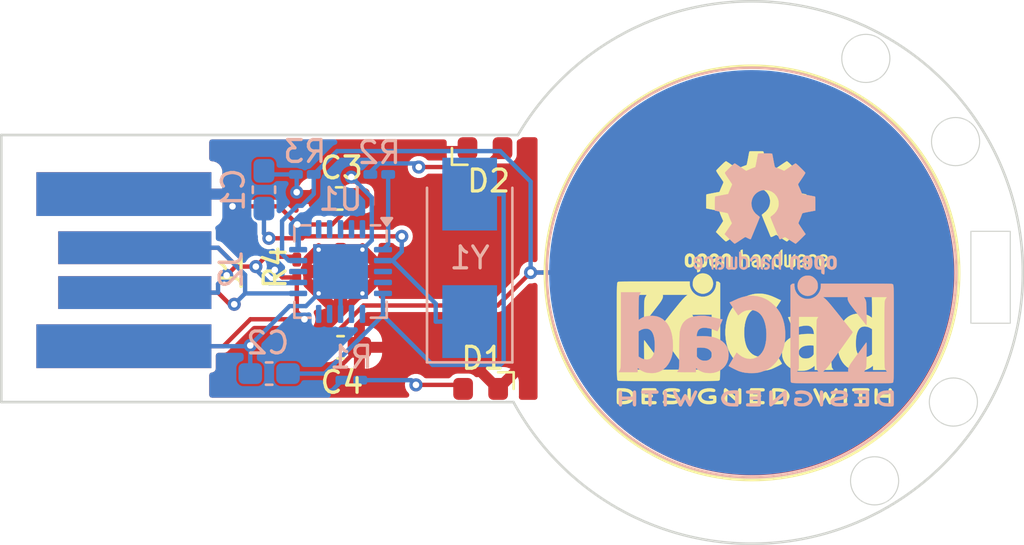
<source format=kicad_pcb>
(kicad_pcb (version 20240108) (generator "pcbnew") (generator_version "8.0")
  (layers (0 "F.Cu" signal) (31 "B.Cu" signal) (34 "B.Paste" user) (35 "F.Paste" user) (36 "B.SilkS" user "B.Silkscreen") (37 "F.SilkS" user "F.Silkscreen") (38 "B.Mask" user) (39 "F.Mask" user) (44 "Edge.Cuts" user))
  (net 0 "")
  (net 1 "GND")
  (net 2 "Net-(U1-XTAL1{slash}PB3)")
  (net 3 "Net-(U1-XTAL2{slash}PB4)")
  (net 4 "Net-(D1-A)")
  (net 5 "Net-(D2-A)")
  (net 6 "+5V")
  (net 7 "Net-(U1-~{RESET}{slash}PB5)")
  (net 8 "Net-(U1-PB2)")
  (net 9 "/Data+")
  (net 10 "/Data-")
  (footprint "Capacitor_SMD:C_0603_1608Metric_Pad1.08x0.95mm_HandSolder" (layer "F.Cu") (at 151.4 87.2)
    (property "Reference" "C4" (at 0.0625 1.6 0) (layer "F.SilkS"))
    (property "Value" "10uF" (hide yes))
    (pad "1" smd roundrect (at -0.8625 0) (size 1.075 0.95) (layers "F.Cu" "F.Paste" "F.Mask") (net 8 "Net-(U1-PB2)"))
    (pad "2" smd roundrect (at 0.8625 0) (size 1.075 0.95) (layers "F.Cu" "F.Paste" "F.Mask") (net 1 "GND"))
  )
  (footprint "Symbol:OSHW-Logo2_7.3x6mm_SilkScreen" (layer "F.Cu") (at 170.4 81)
    (property "Reference" "Front" (hide yes))
    (property "Value" "OSHW-Logo2_7.3x6mm_SilkScreen" (hide yes))
  )
  (footprint "Symbol:KiCad-Logo2_5mm_SilkScreen" (layer "F.Cu") (at 170.3 86.8)
    (property "Reference" "FrontKi" (hide yes))
    (property "Value" "KiCad-Logo2_5mm_SilkScreen" (hide yes))
  )
  (footprint "TestPoint:TestPoint_Pad_D3.0mm" (layer "F.Cu") (at 170.2 83.8)
    (property "Reference" "TP1" (hide yes))
    (property "Value" "TestPoint" (hide yes))
    (pad "1" smd circle (at 0 0) (size 18.5 18.5) (layers "F.Cu" "F.Mask") (net 8 "Net-(U1-PB2)"))
  )
  (footprint "Library:LED_Kingbright_APA1606_1.6x0.6mm_Horizontal_NEW" (layer "F.Cu") (at 157.8 89.1 180)
    (property "Reference" "D1" (at -0.1 1.4 0) (layer "F.SilkS"))
    (property "Value" "LED RED" (hide yes))
    (pad "1" smd roundrect (at -0.8 0 180) (size 0.9 1) (layers "F.Cu" "F.Paste" "F.Mask") (net 1 "GND"))
    (pad "2" smd roundrect (at 0.8 0 180) (size 0.9 1) (layers "F.Cu" "F.Paste" "F.Mask") (net 4 "Net-(D1-A)"))
  )
  (footprint "Resistor_SMD:R_0201_0603Metric_Pad0.64x0.40mm_HandSolder" (layer "F.Cu") (at 149.4 83.6 90)
    (property "Reference" "R4" (at 0.0525 -0.99 90) (layer "F.SilkS"))
    (property "Value" "1k5" (hide yes))
    (pad "1" smd roundrect (at -0.4075 0 90) (size 0.635 0.4) (layers "F.Cu" "F.Mask") (net 6 "+5V") (clearance 0.05))
    (pad "2" smd roundrect (at 0.4075 0 90) (size 0.635 0.4) (layers "F.Cu" "F.Mask") (net 9 "/Data+") (clearance 0.05))
  )
  (footprint "USB-AM-S-X-X-TH:USB_PCB" (layer "F.Cu") (at 146.95 83.7 90)
    (property "Reference" "J1" (at 0 -0.55 90) (layer "F.SilkS"))
    (property "Value" "USB-AM-S-X-X-TH" (hide yes))
    (pad "01" smd rect (at -3.45 -5.45 90) (size 2 8) (layers "F.Cu" "F.Paste" "F.Mask") (net 6 "+5V"))
    (pad "02" smd rect (at -1 -4.95 90) (size 1.5 7) (layers "F.Cu" "F.Paste" "F.Mask") (net 10 "/Data-"))
    (pad "03" smd rect (at 1.05 -4.95 90) (size 1.5 7) (layers "F.Cu" "F.Paste" "F.Mask") (net 9 "/Data+"))
    (pad "04" smd rect (at 3.5 -5.45 90) (size 2 8) (layers "F.Cu" "F.Paste" "F.Mask") (net 1 "GND"))
  )
  (footprint "Library:LED_Kingbright_APA1606_1.6x0.6mm_Horizontal_NEW" (layer "F.Cu") (at 158 78.1)
    (property "Reference" "D2" (at 0.1675 1.5 0) (layer "F.SilkS"))
    (property "Value" "LED GREEN" (hide yes))
    (pad "1" smd roundrect (at -0.8 0) (size 0.9 1) (layers "F.Cu" "F.Paste" "F.Mask") (net 1 "GND"))
    (pad "2" smd roundrect (at 0.8 0) (size 0.9 1) (layers "F.Cu" "F.Paste" "F.Mask") (net 5 "Net-(D2-A)"))
  )
  (footprint "Capacitor_SMD:C_0603_1608Metric_Pad1.08x0.95mm_HandSolder" (layer "F.Cu") (at 151.3375 80.4 180)
    (property "Reference" "C3" (at -0.1 1.4 0) (layer "F.SilkS"))
    (property "Value" "0.1uF" (hide yes))
    (pad "1" smd roundrect (at -0.8625 0 180) (size 1.075 0.95) (layers "F.Cu" "F.Paste" "F.Mask") (net 6 "+5V"))
    (pad "2" smd roundrect (at 0.8625 0 180) (size 1.075 0.95) (layers "F.Cu" "F.Paste" "F.Mask") (net 1 "GND"))
  )
  (footprint "Capacitor_SMD:C_0603_1608Metric_Pad1.08x0.95mm_HandSolder" (layer "B.Cu") (at 148.1375 88.4 180)
    (property "Reference" "C2" (at 0.0625 1.4 0) (layer "B.SilkS") (effects (justify mirror)))
    (property "Value" "22pF" (hide yes))
    (pad "1" smd roundrect (at -0.8625 0 180) (size 1.075 0.95) (layers "B.Cu" "B.Paste" "B.Mask") (net 3 "Net-(U1-XTAL2{slash}PB4)") (clearance 0.1))
    (pad "2" smd roundrect (at 0.8625 0 180) (size 1.075 0.95) (layers "B.Cu" "B.Paste" "B.Mask") (net 1 "GND") (clearance 0.1))
  )
  (footprint "Resistor_SMD:R_0201_0603Metric_Pad0.64x0.40mm_HandSolder" (layer "B.Cu") (at 151.8925 88.7 180)
    (property "Reference" "R1" (at 0 1.05 0) (layer "B.SilkS") (effects (justify mirror)))
    (property "Value" "10k" (hide yes))
    (pad "1" smd roundrect (at -0.4075 0 180) (size 0.635 0.4) (layers "B.Cu" "B.Mask") (net 4 "Net-(D1-A)") (clearance 0.05))
    (pad "2" smd roundrect (at 0.4075 0 180) (size 0.635 0.4) (layers "B.Cu" "B.Mask") (net 6 "+5V") (clearance 0.05))
  )
  (footprint "Symbol:OSHW-Logo2_7.3x6mm_SilkScreen" (layer "B.Cu") (at 170.8 81.1 180)
    (property "Reference" "back" (hide yes))
    (property "Value" "OSHW-Logo2_7.3x6mm_SilkScreen" (hide yes))
  )
  (footprint "Crystal:Crystal_SMD_0603-2Pin_6.0x3.5mm_HandSoldering" (layer "B.Cu") (at 157.3 83.1125 90)
    (property "Reference" "Y1" (at 0 0 0) (layer "B.SilkS") (effects (justify mirror)))
    (property "Value" "12MHz" (hide yes))
    (pad "1" smd rect (at -2.9125 0 90) (size 3.325 2.5) (layers "B.Cu" "B.Paste" "B.Mask") (net 2 "Net-(U1-XTAL1{slash}PB3)"))
    (pad "2" smd rect (at 2.9125 0 90) (size 3.325 2.5) (layers "B.Cu" "B.Paste" "B.Mask") (net 3 "Net-(U1-XTAL2{slash}PB4)"))
  )
  (footprint "TestPoint:TestPoint_Pad_D3.0mm" (layer "B.Cu") (at 170.1804 83.7818 180)
    (property "Reference" "TP2" (hide yes))
    (property "Value" "TestPoint" (hide yes))
    (pad "1" smd circle (at 0 0 180) (size 18.5 18.5) (layers "B.Cu" "B.Mask") (net 8 "Net-(U1-PB2)"))
  )
  (footprint "Resistor_SMD:R_0201_0603Metric_Pad0.64x0.40mm_HandSolder" (layer "B.Cu") (at 153.1675 79.3 180)
    (property "Reference" "R2" (at 0 1 0) (layer "B.SilkS") (effects (justify mirror)))
    (property "Value" "330" (hide yes))
    (pad "1" smd roundrect (at -0.4075 0 180) (size 0.635 0.4) (layers "B.Cu" "B.Mask") (net 7 "Net-(U1-~{RESET}{slash}PB5)") (clearance 0.05))
    (pad "2" smd roundrect (at 0.4075 0 180) (size 0.635 0.4) (layers "B.Cu" "B.Mask") (net 5 "Net-(D2-A)") (clearance 0.05))
  )
  (footprint "USB-AM-S-X-X-TH:USB_PCB" (layer "B.Cu") (at 146.95 83.65 -90)
    (property "Reference" "J2" (at 0 0.55 90) (layer "B.SilkS") (effects (justify mirror)))
    (property "Value" "USB-AM-S-X-X-TH" (hide yes))
    (pad "01" smd rect (at -3.45 5.45 270) (size 2 8) (layers "B.Cu" "B.Paste" "B.Mask") (net 6 "+5V"))
    (pad "02" smd rect (at -1 4.95 270) (size 1.5 7) (layers "B.Cu" "B.Paste" "B.Mask") (net 10 "/Data-"))
    (pad "03" smd rect (at 1.05 4.95 270) (size 1.5 7) (layers "B.Cu" "B.Paste" "B.Mask") (net 9 "/Data+"))
    (pad "04" smd rect (at 3.5 5.45 270) (size 2 8) (layers "B.Cu" "B.Paste" "B.Mask") (net 1 "GND"))
  )
  (footprint "Package_DFN_QFN:QFN-20-1EP_4x4mm_P0.5mm_EP2.5x2.5mm_ThermalVias" (layer "B.Cu") (at 151.4 83.7375 180)
    (property "Reference" "U1" (at 0 3.3 0) (layer "B.SilkS") (effects (justify mirror)))
    (property "Value" "ATtiny85-20M" (hide yes))
    (pad "1" smd roundrect (at -1.9375 1 180) (size 0.825 0.25) (layers "B.Cu" "B.Paste" "B.Mask") (net 7 "Net-(U1-~{RESET}{slash}PB5)"))
    (pad "2" smd roundrect (at -1.9375 0.5 180) (size 0.825 0.25) (layers "B.Cu" "B.Paste" "B.Mask") (net 2 "Net-(U1-XTAL1{slash}PB3)"))
    (pad "3" smd roundrect (at -1.9375 0 180) (size 0.825 0.25) (layers "B.Cu" "B.Paste" "B.Mask"))
    (pad "4" smd roundrect (at -1.9375 -0.5 180) (size 0.825 0.25) (layers "B.Cu" "B.Paste" "B.Mask"))
    (pad "5" smd roundrect (at -1.9375 -1 180) (size 0.825 0.25) (layers "B.Cu" "B.Paste" "B.Mask") (net 3 "Net-(U1-XTAL2{slash}PB4)"))
    (pad "6" smd roundrect (at -1 -1.9375 180) (size 0.25 0.825) (layers "B.Cu" "B.Paste" "B.Mask"))
    (pad "7" smd roundrect (at -0.5 -1.9375 180) (size 0.25 0.825) (layers "B.Cu" "B.Paste" "B.Mask"))
    (pad "8" smd roundrect (at 0 -1.9375 180) (size 0.25 0.825) (layers "B.Cu" "B.Paste" "B.Mask") (net 1 "GND"))
    (pad "9" smd roundrect (at 0.5 -1.9375 180) (size 0.25 0.825) (layers "B.Cu" "B.Paste" "B.Mask"))
    (pad "10" smd roundrect (at 1 -1.9375 180) (size 0.25 0.825) (layers "B.Cu" "B.Paste" "B.Mask"))
    (pad "11" smd roundrect (at 1.9375 -1 180) (size 0.825 0.25) (layers "B.Cu" "B.Paste" "B.Mask") (net 10 "/Data-"))
    (pad "12" smd roundrect (at 1.9375 -0.5 180) (size 0.825 0.25) (layers "B.Cu" "B.Paste" "B.Mask") (net 9 "/Data+"))
    (pad "13" smd roundrect (at 1.9375 0 180) (size 0.825 0.25) (layers "B.Cu" "B.Paste" "B.Mask"))
    (pad "14" smd roundrect (at 1.9375 0.5 180) (size 0.825 0.25) (layers "B.Cu" "B.Paste" "B.Mask") (net 8 "Net-(U1-PB2)"))
    (pad "15" smd roundrect (at 1.9375 1 180) (size 0.825 0.25) (layers "B.Cu" "B.Paste" "B.Mask") (net 6 "+5V"))
    (pad "16" smd roundrect (at 1 1.9375 180) (size 0.25 0.825) (layers "B.Cu" "B.Paste" "B.Mask"))
    (pad "17" smd roundrect (at 0.5 1.9375 180) (size 0.25 0.825) (layers "B.Cu" "B.Paste" "B.Mask"))
    (pad "18" smd roundrect (at 0 1.9375 180) (size 0.25 0.825) (layers "B.Cu" "B.Paste" "B.Mask"))
    (pad "19" smd roundrect (at -0.5 1.9375 180) (size 0.25 0.825) (layers "B.Cu" "B.Paste" "B.Mask"))
    (pad "20" smd roundrect (at -1 1.9375 180) (size 0.25 0.825) (layers "B.Cu" "B.Paste" "B.Mask"))
    (pad "21" thru_hole circle (at -1 -1 180) (size 0.5 0.5) (drill 0.2) (property pad_prop_heatsink) (layers "*.Cu") (net 1 "GND"))
    (pad "21" thru_hole circle (at -1 1 180) (size 0.5 0.5) (drill 0.2) (property pad_prop_heatsink) (layers "*.Cu") (net 1 "GND"))
    (pad "21" smd rect (at 0 0 180) (size 2.5 2.5) (property pad_prop_heatsink) (layers "F.Cu") (net 1 "GND"))
    (pad "21" smd rect (at 0 0 180) (size 2.5 2.5) (property pad_prop_heatsink) (layers "B.Cu" "B.Mask") (net 1 "GND"))
    (pad "21" thru_hole circle (at 1 -1 180) (size 0.5 0.5) (drill 0.2) (property pad_prop_heatsink) (layers "*.Cu") (net 1 "GND"))
    (pad "21" thru_hole circle (at 1 1 180) (size 0.5 0.5) (drill 0.2) (property pad_prop_heatsink) (layers "*.Cu") (net 1 "GND"))
  )
  (footprint "Resistor_SMD:R_0201_0603Metric_Pad0.64x0.40mm_HandSolder" (layer "B.Cu") (at 149.7675 79.3 180)
    (property "Reference" "R3" (at 0 1.05 0) (layer "B.SilkS") (effects (justify mirror)))
    (property "Value" "10k" (hide yes))
    (pad "1" smd roundrect (at -0.4075 0 180) (size 0.635 0.4) (layers "B.Cu" "B.Mask") (net 8 "Net-(U1-PB2)") (clearance 0.05))
    (pad "2" smd roundrect (at 0.4075 0 180) (size 0.635 0.4) (layers "B.Cu" "B.Mask") (net 1 "GND") (clearance 0.05))
  )
  (footprint "Symbol:KiCad-Logo2_5mm_SilkScreen" (layer "B.Cu") (at 170.4 86.9 180)
    (property "Reference" "BacnKi" (hide yes))
    (property "Value" "KiCad-Logo2_5mm_SilkScreen" (hide yes))
  )
  (footprint "Capacitor_SMD:C_0603_1608Metric_Pad1.08x0.95mm_HandSolder" (layer "B.Cu") (at 147.9 80 90)
    (property "Reference" "C1" (at 0 -1.4 90) (layer "B.SilkS") (effects (justify mirror)))
    (property "Value" "22pF" (hide yes))
    (pad "1" smd roundrect (at -0.8625 0 90) (size 1.075 0.95) (layers "B.Cu" "B.Paste" "B.Mask") (net 2 "Net-(U1-XTAL1{slash}PB3)") (clearance 0.1))
    (pad "2" smd roundrect (at 0.8625 0 90) (size 1.075 0.95) (layers "B.Cu" "B.Paste" "B.Mask") (net 1 "GND") (clearance 0.1))
  )
  (gr_line (start 159.3 89.702377) (end 135.9 89.702377) (stroke (width 0.12)) (layer "Edge.Cuts"))
  (gr_circle (center 179.4 89.7) (end 180.5 89.7) (stroke (width 0.05)) (fill none) (layer "Edge.Cuts"))
  (gr_rect (start 180.2 81.9) (end 182 86.1) (stroke (width 0.05)) (fill none) (layer "Edge.Cuts"))
  (gr_circle (center 175.8 93.3) (end 176.9 93.3) (stroke (width 0.05)) (fill none) (layer "Edge.Cuts"))
  (gr_circle (center 175.4 74) (end 176.5 74) (stroke (width 0.05)) (fill none) (layer "Edge.Cuts"))
  (gr_line (start 135.9 89.7) (end 135.9 77.5) (stroke (width 0.12)) (layer "Edge.Cuts"))
  (gr_arc (start 159.504367 77.500001) (mid 182.573736 83.989268) (end 159.3 89.702377) (stroke (width 0.12)) (layer "Edge.Cuts"))
  (gr_line (start 159.5 77.5) (end 135.9 77.5) (stroke (width 0.12)) (layer "Edge.Cuts"))
  (gr_circle (center 179.5 77.8) (end 180.6 77.8) (stroke (width 0.05)) (fill none) (layer "Edge.Cuts"))
  (segment (start 156.7 87.2) (end 152.2625 87.2) (width 0.2) (layer "F.Cu") (net 1))
  (segment (start 152.2625 87.2) (end 151.4492 88.0133) (width 0.2) (layer "F.Cu") (net 1))
  (segment (start 150.475 80.4) (end 150.1888 80.1138) (width 0.2) (layer "F.Cu") (net 1))
  (segment (start 151.4 83.7375) (end 150.4 82.7375) (width 0.2) (layer "F.Cu") (net 1))
  (segment (start 151.4 83.7375) (end 150.4 84.7375) (width 0.2) (layer "F.Cu") (net 1))
  (segment (start 141.5862 80.1138) (end 149.3954 80.1138) (width 0.2) (layer "F.Cu") (net 1))
  (segment (start 150.1888 80.1138) (end 149.3954 80.1138) (width 0.2) (layer "F.Cu") (net 1))
  (segment (start 153.2116 78.1) (end 151.8911 79.4205) (width 0.2) (layer "F.Cu") (net 1))
  (segment (start 150.475 80.4) (end 151.4545 79.4205) (width 0.2) (layer "F.Cu") (net 1))
  (segment (start 151.4492 88.0133) (end 148.1748 88.0133) (width 0.2) (layer "F.Cu") (net 1))
  (segment (start 148.1748 88.0133) (end 147.275 87.1135) (width 0.2) (layer "F.Cu") (net 1))
  (segment (start 141.5 80.2) (end 141.5862 80.1138) (width 0.2) (layer "F.Cu") (net 1))
  (segment (start 158.6 89.1) (end 156.7 87.2) (width 0.2) (layer "F.Cu") (net 1))
  (segment (start 151.4545 79.4205) (end 151.8911 79.4205) (width 0.2) (layer "F.Cu") (net 1))
  (segment (start 157.2 78.1) (end 153.2116 78.1) (width 0.2) (layer "F.Cu") (net 1))
  (via (at 149.3954 80.1138) (size 0.6) (drill 0.3) (layers "F.Cu" "B.Cu") (net 1))
  (via (at 147.275 87.1135) (size 0.6) (drill 0.3) (layers "F.Cu" "B.Cu") (net 1))
  (via (at 151.8911 79.4205) (size 0.6) (drill 0.3) (layers "F.Cu" "B.Cu") (net 1))
  (segment (start 150.4 84.7375) (end 150.8573 84.2802) (width 0.2) (layer "B.Cu") (net 1))
  (segment (start 151.4 84.8229) (end 152.3146 84.8229) (width 0.2) (layer "B.Cu") (net 1))
  (segment (start 148.0625 79.3) (end 147.9 79.1375) (width 0.2) (layer "B.Cu") (net 1))
  (segment (start 152.8269 82.3106) (end 152.8269 80.3563) (width 0.2) (layer "B.Cu") (net 1))
  (segment (start 152.8269 80.3563) (end 151.8911 79.4205) (width 0.2) (layer "B.Cu") (net 1))
  (segment (start 151.4 83.7375) (end 152.4 82.7375) (width 0.2) (layer "B.Cu") (net 1))
  (segment (start 149.0721 85.3164) (end 149.8211 85.3164) (width 0.2) (layer "B.Cu") (net 1))
  (segment (start 149.8211 85.3164) (end 150.4 84.7375) (width 0.2) (layer "B.Cu") (net 1))
  (segment (start 147.275 87.1135) (end 149.0721 85.3164) (width 0.2) (layer "B.Cu") (net 1))
  (segment (start 150.8573 84.2802) (end 151.4 83.7375) (width 0.2) (layer "B.Cu") (net 1))
  (segment (start 149.3954 80.1138) (end 149.3954 79.3354) (width 0.2) (layer "B.Cu") (net 1))
  (segment (start 151.4 85.675) (end 151.4 84.8229) (width 0.2) (layer "B.Cu") (net 1))
  (segment (start 147.275 88.4) (end 147.275 87.1135) (width 0.2) (layer "B.Cu") (net 1))
  (segment (start 149.3954 79.3354) (end 149.36 79.3) (width 0.2) (layer "B.Cu") (net 1))
  (segment (start 150.8573 84.2802) (end 151.4 84.8229) (width 0.2) (layer "B.Cu") (net 1))
  (segment (start 141.5 87.15) (end 147.2385 87.15) (width 0.2) (layer "B.Cu") (net 1))
  (segment (start 152.3146 84.8229) (end 152.4 84.7375) (width 0.2) (layer "B.Cu") (net 1))
  (segment (start 149.36 79.3) (end 148.0625 79.3) (width 0.2) (layer "B.Cu") (net 1))
  (segment (start 147.2385 87.15) (end 147.275 87.1135) (width 0.2) (layer "B.Cu") (net 1))
  (segment (start 152.4 82.7375) (end 152.8269 82.3106) (width 0.2) (layer "B.Cu") (net 1))
  (segment (start 149.7297 82.1294) (end 149.6404 82.2187) (width 0.2) (layer "F.Cu") (net 2))
  (segment (start 149.6404 82.2187) (end 148.1259 82.2187) (width 0.2) (layer "F.Cu") (net 2))
  (segment (start 154.1967 82.1294) (end 149.7297 82.1294) (width 0.2) (layer "F.Cu") (net 2))
  (via (at 154.1967 82.1294) (size 0.6) (drill 0.3) (layers "F.Cu" "B.Cu") (net 2))
  (via (at 148.1259 82.2187) (size 0.6) (drill 0.3) (layers "F.Cu" "B.Cu") (net 2))
  (segment (start 155.7483 85.2077) (end 155.7483 86.025) (width 0.2) (layer "B.Cu") (net 2))
  (segment (start 147.9 80.8625) (end 147.9 81.9928) (width 0.2) (layer "B.Cu") (net 2))
  (segment (start 154.1967 82.8189) (end 154.1967 82.1294) (width 0.2) (layer "B.Cu") (net 2))
  (segment (start 153.3375 83.2375) (end 153.7781 83.2375) (width 0.2) (layer "B.Cu") (net 2))
  (segment (start 153.7781 83.2375) (end 154.1967 82.8189) (width 0.2) (layer "B.Cu") (net 2))
  (segment (start 147.9 81.9928) (end 148.1259 82.2187) (width 0.2) (layer "B.Cu") (net 2))
  (segment (start 153.7781 83.2375) (end 155.7483 85.2077) (width 0.2) (layer "B.Cu") (net 2))
  (segment (start 157.3 86.025) (end 155.7483 86.025) (width 0.2) (layer "B.Cu") (net 2))
  (segment (start 153.3375 85.7336) (end 150.6711 88.4) (width 0.2) (layer "B.Cu") (net 3))
  (segment (start 158.8517 87.848) (end 158.6962 88.0035) (width 0.2) (layer "B.Cu") (net 3))
  (segment (start 158.8517 80.2) (end 158.8517 87.848) (width 0.2) (layer "B.Cu") (net 3))
  (segment (start 155.6074 88.0035) (end 153.3375 85.7336) (width 0.2) (layer "B.Cu") (net 3))
  (segment (start 153.3375 84.7375) (end 153.3375 85.7336) (width 0.2) (layer "B.Cu") (net 3))
  (segment (start 158.6962 88.0035) (end 155.6074 88.0035) (width 0.2) (layer "B.Cu") (net 3))
  (segment (start 150.6711 88.4) (end 149 88.4) (width 0.2) (layer "B.Cu") (net 3))
  (segment (start 157.3 80.2) (end 158.8517 80.2) (width 0.2) (layer "B.Cu") (net 3))
  (segment (start 154.8444 88.9164) (end 156.8164 88.9164) (width 0.2) (layer "F.Cu") (net 4))
  (segment (start 156.8164 88.9164) (end 157 89.1) (width 0.2) (layer "F.Cu") (net 4))
  (via (at 154.8444 88.9164) (size 0.6) (drill 0.3) (layers "F.Cu" "B.Cu") (net 4))
  (segment (start 152.3 88.7) (end 154.628 88.7) (width 0.2) (layer "B.Cu") (net 4))
  (segment (start 154.628 88.7) (end 154.8444 88.9164) (width 0.2) (layer "B.Cu") (net 4))
  (segment (start 157.9368 78.9632) (end 154.9726 78.9632) (width 0.2) (layer "F.Cu") (net 5))
  (segment (start 158.8 78.1) (end 157.9368 78.9632) (width 0.2) (layer "F.Cu") (net 5))
  (via (at 154.9726 78.9632) (size 0.6) (drill 0.3) (layers "F.Cu" "B.Cu") (net 5))
  (segment (start 152.76 79.1965) (end 153.1586 78.7979) (width 0.2) (layer "B.Cu") (net 5))
  (segment (start 152.76 79.3) (end 152.76 79.1965) (width 0.2) (layer "B.Cu") (net 5))
  (segment (start 153.1586 78.7979) (end 154.8073 78.7979) (width 0.2) (layer "B.Cu") (net 5))
  (segment (start 154.8073 78.7979) (end 154.9726 78.9632) (width 0.2) (layer "B.Cu") (net 5))
  (segment (start 147.2819 85.9181) (end 149.7501 85.9181) (width 0.2) (layer "F.Cu") (net 6))
  (segment (start 152.2 80.4) (end 151.0127 81.5873) (width 0.2) (layer "F.Cu") (net 6))
  (segment (start 149.4193 81.5873) (end 148.591 80.759) (width 0.2) (layer "F.Cu") (net 6))
  (segment (start 141.5 87.15) (end 146.05 87.15) (width 0.2) (layer "F.Cu") (net 6))
  (segment (start 148.3952 83.6641) (end 148.7386 84.0075) (width 0.2) (layer "F.Cu") (net 6))
  (segment (start 146.05 87.15) (end 147.2819 85.9181) (width 0.2) (layer "F.Cu") (net 6))
  (segment (start 149.7501 85.9181) (end 149.4 85.568) (width 0.2) (layer "F.Cu") (net 6))
  (segment (start 148.591 80.759) (end 146.4621 80.759) (width 0.2) (layer "F.Cu") (net 6))
  (segment (start 148.7386 84.0075) (end 149.4 84.0075) (width 0.2) (layer "F.Cu") (net 6))
  (segment (start 149.4 85.568) (end 149.4 84.0075) (width 0.2) (layer "F.Cu") (net 6))
  (segment (start 151.0127 81.5873) (end 149.4193 81.5873) (width 0.2) (layer "F.Cu") (net 6))
  (via (at 146.4621 80.759) (size 0.6) (drill 0.3) (layers "F.Cu" "B.Cu") (net 6))
  (via (at 148.3952 83.6641) (size 0.6) (drill 0.3) (layers "F.Cu" "B.Cu") (net 6))
  (via (at 149.7501 85.9181) (size 0.6) (drill 0.3) (layers "F.Cu" "B.Cu") (net 6))
  (via (at 149.4193 81.5873) (size 0.6) (drill 0.3) (layers "F.Cu" "B.Cu") (net 6))
  (segment (start 146.4621 81.4871) (end 148.3952 83.4202) (width 0.2) (layer "B.Cu") (net 6))
  (segment (start 149.4625 81.6305) (end 149.4193 81.5873) (width 0.2) (layer "B.Cu") (net 6))
  (segment (start 151.0074 89.1776) (end 151.485 88.7) (width 0.2) (layer "B.Cu") (net 6))
  (segment (start 149.7501 85.9181) (end 148.1375 87.5307) (width 0.2) (layer "B.Cu") (net 6))
  (segment (start 148.1375 88.8688) (end 148.4463 89.1776) (width 0.2) (layer "B.Cu") (net 6))
  (segment (start 148.4463 89.1776) (end 151.0074 89.1776) (width 0.2) (layer "B.Cu") (net 6))
  (segment (start 149.4625 82.7375) (end 149.4625 81.6305) (width 0.2) (layer "B.Cu") (net 6))
  (segment (start 146.4621 80.759) (end 146.4621 81.4871) (width 0.2) (layer "B.Cu") (net 6))
  (segment (start 145.9031 80.2) (end 146.4621 80.759) (width 0.2) (layer "B.Cu") (net 6))
  (segment (start 148.1375 87.5307) (end 148.1375 88.8688) (width 0.2) (layer "B.Cu") (net 6))
  (segment (start 141.5 80.2) (end 145.9031 80.2) (width 0.2) (layer "B.Cu") (net 6))
  (segment (start 148.3952 83.4202) (end 148.3952 83.6641) (width 0.2) (layer "B.Cu") (net 6))
  (segment (start 153.3375 82.7375) (end 153.575 82.5) (width 0.2) (layer "B.Cu") (net 7))
  (segment (start 153.575 82.5) (end 153.575 79.3) (width 0.2) (layer "B.Cu") (net 7))
  (segment (start 170.2 83.8) (end 170.1818 83.7818) (width 0.2) (layer "F.Cu") (net 8))
  (segment (start 152.4483 85.2892) (end 150.5375 87.2) (width 0.2) (layer "F.Cu") (net 8))
  (segment (start 170.1818 83.7818) (end 160.0848 83.7818) (width 0.2) (layer "F.Cu") (net 8))
  (segment (start 160.0848 83.7818) (end 158.5774 85.2892) (width 0.2) (layer "F.Cu") (net 8))
  (segment (start 158.5774 85.2892) (end 152.4483 85.2892) (width 0.2) (layer "F.Cu") (net 8))
  (via (at 160.0848 83.7818) (size 0.6) (drill 0.3) (layers "F.Cu" "B.Cu") (net 8))
  (segment (start 148.7277 81.4262) (end 148.7277 82.9307) (width 0.2) (layer "B.Cu") (net 8))
  (segment (start 170.1804 83.7818) (end 160.0848 83.7818) (width 0.2) (layer "B.Cu") (net 8))
  (segment (start 160.0848 79.627) (end 158.6927 78.2349) (width 0.2) (layer "B.Cu") (net 8))
  (segment (start 149.0345 83.2375) (end 149.4625 83.2375) (width 0.2) (layer "B.Cu") (net 8))
  (segment (start 150.175 79.3) (end 150.175 80.1928) (width 0.2) (layer "B.Cu") (net 8))
  (segment (start 148.7277 82.9307) (end 149.0345 83.2375) (width 0.2) (layer "B.Cu") (net 8))
  (segment (start 149.4206 80.7333) (end 148.7277 81.4262) (width 0.2) (layer "B.Cu") (net 8))
  (segment (start 160.0848 83.7818) (end 160.0848 79.627) (width 0.2) (layer "B.Cu") (net 8))
  (segment (start 158.6927 78.2349) (end 151.2401 78.2349) (width 0.2) (layer "B.Cu") (net 8))
  (segment (start 150.175 80.1928) (end 149.6345 80.7333) (width 0.2) (layer "B.Cu") (net 8))
  (segment (start 151.2401 78.2349) (end 150.175 79.3) (width 0.2) (layer "B.Cu") (net 8))
  (segment (start 149.6345 80.7333) (end 149.4206 80.7333) (width 0.2) (layer "B.Cu") (net 8))
  (segment (start 147.5295 83.5113) (end 146.663 83.5113) (width 0.2) (layer "F.Cu") (net 9))
  (segment (start 149.2699 83.0624) (end 147.9784 83.0624) (width 0.2) (layer "F.Cu") (net 9))
  (segment (start 146.663 83.5113) (end 146.6299 83.4781) (width 0.2) (layer "F.Cu") (net 9))
  (segment (start 147.9784 83.0624) (end 147.5295 83.5113) (width 0.2) (layer "F.Cu") (net 9))
  (segment (start 146.6299 83.4781) (end 145.8017 82.65) (width 0.2) (layer "F.Cu") (net 9))
  (segment (start 142 82.65) (end 145.8017 82.65) (width 0.2) (layer "F.Cu") (net 9))
  (segment (start 146.6299 83.4781) (end 146.1964 83.9116) (width 0.2) (layer "F.Cu") (net 9))
  (segment (start 149.4 83.1925) (end 149.2699 83.0624) (width 0.2) (layer "F.Cu") (net 9))
  (via (at 146.1964 83.9116) (size 0.6) (drill 0.3) (layers "F.Cu" "B.Cu") (net 9))
  (via (at 147.5295 83.5113) (size 0.6) (drill 0.3) (layers "F.Cu" "B.Cu") (net 9))
  (segment (start 149.4342 84.2658) (end 149.4625 84.2375) (width 0.2) (layer "B.Cu") (net 9))
  (segment (start 147.5295 83.6492) (end 148.1461 84.2658) (width 0.2) (layer "B.Cu") (net 9))
  (segment (start 142 84.7) (end 145.8017 84.7) (width 0.2) (layer "B.Cu") (net 9))
  (segment (start 147.5295 83.5113) (end 147.5295 83.6492) (width 0.2) (layer "B.Cu") (net 9))
  (segment (start 145.8017 84.3063) (end 146.1964 83.9116) (width 0.2) (layer "B.Cu") (net 9))
  (segment (start 145.8017 84.7) (end 145.8017 84.3063) (width 0.2) (layer "B.Cu") (net 9))
  (segment (start 148.1461 84.2658) (end 149.4342 84.2658) (width 0.2) (layer "B.Cu") (net 9))
  (segment (start 142 84.7) (end 145.8017 84.7) (width 0.2) (layer "F.Cu") (net 10))
  (segment (start 146.3356 85.2339) (end 146.5422 85.2339) (width 0.2) (layer "F.Cu") (net 10))
  (segment (start 145.8017 84.7) (end 146.3356 85.2339) (width 0.2) (layer "F.Cu") (net 10))
  (via (at 146.5422 85.2339) (size 0.6) (drill 0.3) (layers "F.Cu" "B.Cu") (net 10))
  (segment (start 147.0386 84.7375) (end 149.4625 84.7375) (width 0.2) (layer "B.Cu") (net 10))
  (segment (start 147.0386 84.7375) (end 146.5422 85.2339) (width 0.2) (layer "B.Cu") (net 10))
  (segment (start 145.8017 82.65) (end 147.0386 83.8869) (width 0.2) (layer "B.Cu") (net 10))
  (segment (start 147.0386 83.8869) (end 147.0386 84.7375) (width 0.2) (layer "B.Cu") (net 10))
  (segment (start 142 82.65) (end 145.8017 82.65) (width 0.2) (layer "B.Cu") (net 10))
  (zone (net 1) (net_name "GND") (layer "F.Cu") (connect_pads (clearance 0)) (min_thickness 0.25) (fill yes (thermal_gap 0.5) (thermal_bridge_width 0.5))
    (polygon (pts (xy 145.4 77.6) (xy 160.1 77.6) (xy 160.4 77.6) (xy 160.4 89.6) (xy 145.4 89.6)))
  )
  (zone (net 6) (net_name "+5V") (layer "B.Cu") (connect_pads (clearance 0)) (min_thickness 0.25) (fill yes (thermal_gap 0.5) (thermal_bridge_width 0.5))
    (polygon (pts (xy 145.4 77.6) (xy 160.1 77.6) (xy 160.4 77.6) (xy 160.4 89.6) (xy 145.4 89.6)))
  )
)
</source>
